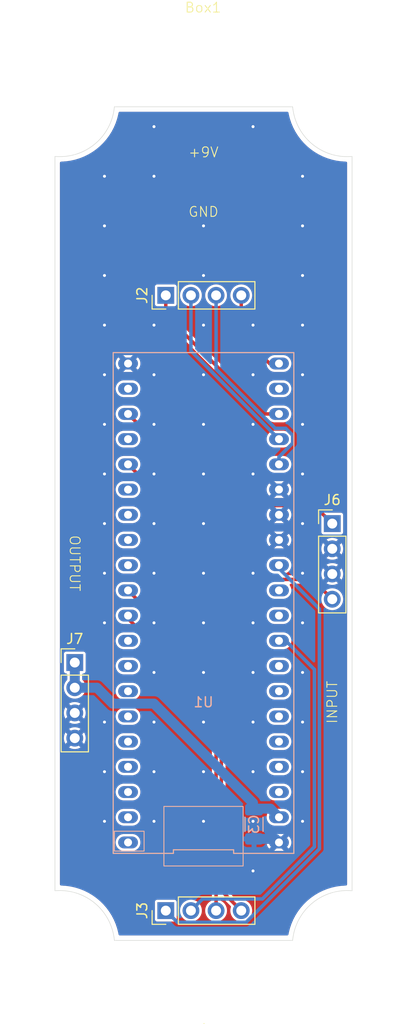
<source format=kicad_pcb>
(kicad_pcb (version 20241229) (generator "pcbnew") (generator_version "9.0")
  (layers (0 "F.Cu" jumper) (2 "B.Cu" signal) (13 "F.Paste" user) (15 "B.Paste" user) (5 "F.SilkS" user "F.Silkscreen") (7 "B.SilkS" user "B.Silkscreen") (1 "F.Mask" user) (3 "B.Mask" user) (25 "Edge.Cuts" user))
  (net 0 "")
  (net 1 "VIN")
  (net 2 "GND")
  (net 3 "IN^{EFF}")
  (net 4 "+3V3_A")
  (net 6 "LED")
  (net 11 "POT2")
  (net 12 "POT3")
  (net 15 "POT1")
  (net 16 "SW_UP")
  (net 17 "FOOTSWITCH")
  (net 18 "SW_DOWN")
  (net 19 "OUT^{EFF}")
  (footprint "Connector_PinHeader_2.54mm:PinHeader_1x04_P2.54mm_Vertical" (layer "F.Cu") (at 113 100)
    (property "Reference" "J6" (at 0 -2.38 0) (layer "F.SilkS"))
    (property "Value" "Conn_01x04_Pin")
    (fp_line (start -1.38 -1.38) (end 0 -1.38) (stroke (width 0.12)) (layer "F.SilkS"))
    (fp_line (start -1.38 0) (end -1.38 -1.38) (stroke (width 0.12)) (layer "F.SilkS"))
    (fp_line (start -1.38 1.27) (end -1.38 9) (stroke (width 0.12)) (layer "F.SilkS"))
    (fp_line (start -1.38 1.27) (end 1.38 1.27) (stroke (width 0.12)) (layer "F.SilkS"))
    (fp_line (start -1.38 9) (end 1.38 9) (stroke (width 0.12)) (layer "F.SilkS"))
    (fp_line (start 1.38 1.27) (end 1.38 9) (stroke (width 0.12)) (layer "F.SilkS"))
    (pad "1" thru_hole rect (at 0 0) (size 1.7 1.7) (drill 1) (layers "*.Cu" "*.Mask") (net 19 "OUT^{EFF}"))
    (pad "2" thru_hole circle (at 0 2.54) (size 1.7 1.7) (drill 1) (layers "*.Cu" "*.Mask") (net 2 "GND"))
    (pad "3" thru_hole circle (at 0 5.08) (size 1.7 1.7) (drill 1) (layers "*.Cu" "*.Mask") (net 2 "GND"))
    (pad "4" thru_hole circle (at 0 7.62) (size 1.7 1.7) (drill 1) (layers "*.Cu" "*.Mask") (net 3 "IN^{EFF}"))
  )
  (footprint "Mylib:1590A" (layer "F.Cu") (at 100 100)
    (property "Reference" "Box1" (at -0.05 -52 0) (layer "F.SilkS") (effects (font (thickness 0.1))))
    (property "Value" "1590A")
    (fp_line (start 0.05 50.375) (end 0.05 50.375) (stroke (width 0.1)) (layer "F.SilkS"))
  )
  (footprint "Connector_PinHeader_2.54mm:PinHeader_1x04_P2.54mm_Vertical" (layer "F.Cu") (at 87 114)
    (property "Reference" "J7" (at 0 -2.38 0) (layer "F.SilkS"))
    (property "Value" "Conn_01x04_Pin")
    (fp_line (start -1.38 -1.38) (end 0 -1.38) (stroke (width 0.12)) (layer "F.SilkS"))
    (fp_line (start -1.38 0) (end -1.38 -1.38) (stroke (width 0.12)) (layer "F.SilkS"))
    (fp_line (start -1.38 1.27) (end -1.38 9) (stroke (width 0.12)) (layer "F.SilkS"))
    (fp_line (start -1.38 1.27) (end 1.38 1.27) (stroke (width 0.12)) (layer "F.SilkS"))
    (fp_line (start -1.38 9) (end 1.38 9) (stroke (width 0.12)) (layer "F.SilkS"))
    (fp_line (start 1.38 1.27) (end 1.38 9) (stroke (width 0.12)) (layer "F.SilkS"))
    (pad "1" thru_hole rect (at 0 0) (size 1.7 1.7) (drill 1) (layers "*.Cu" "*.Mask") (net 1 "VIN"))
    (pad "2" thru_hole circle (at 0 2.54) (size 1.7 1.7) (drill 1) (layers "*.Cu" "*.Mask") (net 1 "VIN"))
    (pad "3" thru_hole circle (at 0 5.08) (size 1.7 1.7) (drill 1) (layers "*.Cu" "*.Mask") (net 2 "GND"))
    (pad "4" thru_hole circle (at 0 7.62) (size 1.7 1.7) (drill 1) (layers "*.Cu" "*.Mask") (net 2 "GND"))
  )
  (footprint "Connector_PinHeader_2.54mm:PinHeader_1x04_P2.54mm_Vertical" (layer "F.Cu") (at 96.19 77 90)
    (property "Reference" "J2" (at 0 -2.38 90) (layer "F.SilkS"))
    (property "Value" "Conn_01x04_Pin")
    (fp_line (start -1.38 -1.38) (end 0 -1.38) (stroke (width 0.12)) (layer "F.SilkS"))
    (fp_line (start -1.38 0) (end -1.38 -1.38) (stroke (width 0.12)) (layer "F.SilkS"))
    (fp_line (start 1.38 1.27) (end 1.38 9) (stroke (width 0.12)) (layer "F.SilkS"))
    (fp_line (start -1.38 1.27) (end 1.38 1.27) (stroke (width 0.12)) (layer "F.SilkS"))
    (fp_line (start -1.38 1.27) (end -1.38 9) (stroke (width 0.12)) (layer "F.SilkS"))
    (fp_line (start -1.38 9) (end 1.38 9) (stroke (width 0.12)) (layer "F.SilkS"))
    (pad "1" thru_hole rect (at 0 0 90) (size 1.7 1.7) (drill 1) (layers "*.Cu" "*.Mask") (net 15 "POT1"))
    (pad "2" thru_hole circle (at 0 2.54 90) (size 1.7 1.7) (drill 1) (layers "*.Cu" "*.Mask") (net 11 "POT2"))
    (pad "3" thru_hole circle (at 0 5.08 90) (size 1.7 1.7) (drill 1) (layers "*.Cu" "*.Mask") (net 12 "POT3"))
    (pad "4" thru_hole circle (at 0 7.62 90) (size 1.7 1.7) (drill 1) (layers "*.Cu" "*.Mask") (net 4 "+3V3_A"))
  )
  (footprint "Connector_PinHeader_2.54mm:PinHeader_1x04_P2.54mm_Vertical" (layer "F.Cu") (at 96.19 139 90)
    (property "Reference" "J3" (at 0 -2.38 90) (layer "F.SilkS"))
    (property "Value" "Conn_01x04_Pin")
    (fp_line (start -1.38 -1.38) (end 0 -1.38) (stroke (width 0.12)) (layer "F.SilkS"))
    (fp_line (start -1.38 0) (end -1.38 -1.38) (stroke (width 0.12)) (layer "F.SilkS"))
    (fp_line (start 1.38 1.27) (end 1.38 9) (stroke (width 0.12)) (layer "F.SilkS"))
    (fp_line (start -1.38 1.27) (end 1.38 1.27) (stroke (width 0.12)) (layer "F.SilkS"))
    (fp_line (start -1.38 1.27) (end -1.38 9) (stroke (width 0.12)) (layer "F.SilkS"))
    (fp_line (start -1.38 9) (end 1.38 9) (stroke (width 0.12)) (layer "F.SilkS"))
    (pad "1" thru_hole rect (at 0 0 90) (size 1.7 1.7) (drill 1) (layers "*.Cu" "*.Mask") (net 6 "LED"))
    (pad "2" thru_hole circle (at 0 2.54 90) (size 1.7 1.7) (drill 1) (layers "*.Cu" "*.Mask") (net 17 "FOOTSWITCH"))
    (pad "3" thru_hole circle (at 0 5.08 90) (size 1.7 1.7) (drill 1) (layers "*.Cu" "*.Mask") (net 16 "SW_UP"))
    (pad "4" thru_hole circle (at 0 7.62 90) (size 1.7 1.7) (drill 1) (layers "*.Cu" "*.Mask") (net 18 "SW_DOWN"))
  )
  (footprint "Capacitor_SMD:C_1206_3216Metric" (layer "B.Cu") (at 105.1 130.3 -90)
    (property "Reference" "C3" (at 0 0 90) (layer "B.SilkS") (effects (justify mirror)))
    (property "Value" "22uF")
    (fp_line (start -0.711252 0.91) (end 0.711252 0.91) (stroke (width 0.12)) (layer "B.SilkS"))
    (fp_line (start -0.711252 -0.91) (end 0.711252 -0.91) (stroke (width 0.12)) (layer "B.SilkS"))
    (pad "1" smd roundrect (at -1.475 0 270) (size 1.15 1.8) (layers "B.Cu" "B.Mask" "B.Paste") (roundrect_rratio 0.217391) (net 1 "VIN"))
    (pad "2" smd roundrect (at 1.475 0 270) (size 1.15 1.8) (layers "B.Cu" "B.Mask" "B.Paste") (roundrect_rratio 0.217391) (net 2 "GND"))
  )
  (footprint "Mylib:DaisySeed" (layer "B.Cu") (at 100 108)
    (property "Reference" "U1" (at 0 10 0) (layer "B.SilkS") (effects (justify mirror)))
    (property "Value" "Daisy Seed")
    (fp_line (start -9.12 -25.23) (end 9.119999 -25.23) (stroke (width 0.12)) (layer "B.SilkS"))
    (fp_line (start -9.119999 25.23) (end -9.12 -25.23) (stroke (width 0.12)) (layer "B.SilkS"))
    (fp_line (start -3.039999 24.87) (end -3.039999 25.23) (stroke (width 0.12)) (layer "B.SilkS"))
    (fp_line (start -3.039999 25.23) (end -9.119999 25.23) (stroke (width 0.12)) (layer "B.SilkS"))
    (fp_line (start 3.04 24.87) (end -3.039999 24.87) (stroke (width 0.12)) (layer "B.SilkS"))
    (fp_line (start 3.04 25.23) (end 3.04 24.87) (stroke (width 0.12)) (layer "B.SilkS"))
    (fp_line (start 9.119999 -25.23) (end 9.12 25.23) (stroke (width 0.12)) (layer "B.SilkS"))
    (fp_line (start 9.12 25.23) (end 3.04 25.23) (stroke (width 0.12)) (layer "B.SilkS"))
    (fp_rect (start -9 25) (end -6 23) (stroke (width 0.1)) (fill no) (layer "B.SilkS"))
    (fp_rect (start -4 26.5) (end 4 20.5) (stroke (width 0.1)) (fill no) (layer "B.SilkS"))
    (pad "1" thru_hole oval (at -7.62 24.13 90) (size 1.2 2) (drill 0.8) (layers "*.Cu" "*.Mask"))
    (pad "2" thru_hole oval (at -7.62 21.59 90) (size 1.2 2) (drill 0.8) (layers "*.Cu" "*.Mask"))
    (pad "3" thru_hole oval (at -7.62 19.05 90) (size 1.2 2) (drill 0.8) (layers "*.Cu" "*.Mask"))
    (pad "4" thru_hole oval (at -7.62 16.51 90) (size 1.2 2) (drill 0.8) (layers "*.Cu" "*.Mask"))
    (pad "5" thru_hole oval (at -7.62 13.97 90) (size 1.2 2) (drill 0.8) (layers "*.Cu" "*.Mask"))
    (pad "6" thru_hole oval (at -7.62 11.43 90) (size 1.2 2) (drill 0.8) (layers "*.Cu" "*.Mask"))
    (pad "7" thru_hole oval (at -7.62 8.89 90) (size 1.2 2) (drill 0.8) (layers "*.Cu" "*.Mask"))
    (pad "8" thru_hole oval (at -7.62 6.35 90) (size 1.2 2) (drill 0.8) (layers "*.Cu" "*.Mask"))
    (pad "9" thru_hole oval (at -7.62 3.81 90) (size 1.2 2) (drill 0.8) (layers "*.Cu" "*.Mask"))
    (pad "10" thru_hole oval (at -7.62 1.27 90) (size 1.2 2) (drill 0.8) (layers "*.Cu" "*.Mask") (net 16 "SW_UP"))
    (pad "11" thru_hole oval (at -7.62 -1.27 90) (size 1.2 2) (drill 0.8) (layers "*.Cu" "*.Mask") (net 18 "SW_DOWN"))
    (pad "12" thru_hole oval (at -7.62 -3.81 90) (size 1.2 2) (drill 0.8) (layers "*.Cu" "*.Mask"))
    (pad "13" thru_hole oval (at -7.62 -6.35 90) (size 1.2 2) (drill 0.8) (layers "*.Cu" "*.Mask"))
    (pad "14" thru_hole oval (at -7.62 -8.89 90) (size 1.2 2) (drill 0.8) (layers "*.Cu" "*.Mask"))
    (pad "15" thru_hole oval (at -7.62 -11.43 90) (size 1.2 2) (drill 0.8) (layers "*.Cu" "*.Mask"))
    (pad "16" thru_hole oval (at -7.62 -13.97 90) (size 1.2 2) (drill 0.8) (layers "*.Cu" "*.Mask") (net 3 "IN^{EFF}"))
    (pad "17" thru_hole oval (at -7.62 -16.51 90) (size 1.2 2) (drill 0.8) (layers "*.Cu" "*.Mask"))
    (pad "18" thru_hole oval (at -7.62 -19.05 90) (size 1.2 2) (drill 0.8) (layers "*.Cu" "*.Mask") (net 19 "OUT^{EFF}"))
    (pad "19" thru_hole oval (at -7.62 -21.59 90) (size 1.2 2) (drill 0.8) (layers "*.Cu" "*.Mask"))
    (pad "20" thru_hole oval (at -7.62 -24.13 90) (size 1.2 2) (drill 0.8) (layers "*.Cu" "*.Mask") (net 2 "GND"))
    (pad "21" thru_hole oval (at 7.62 -24.13 90) (size 1.2 2) (drill 0.8) (layers "*.Cu" "*.Mask") (net 4 "+3V3_A"))
    (pad "22" thru_hole oval (at 7.62 -21.59 90) (size 1.2 2) (drill 0.8) (layers "*.Cu" "*.Mask"))
    (pad "23" thru_hole oval (at 7.62 -19.05 90) (size 1.2 2) (drill 0.8) (layers "*.Cu" "*.Mask") (net 15 "POT1"))
    (pad "24" thru_hole oval (at 7.62 -16.51 90) (size 1.2 2) (drill 0.8) (layers "*.Cu" "*.Mask") (net 11 "POT2"))
    (pad "25" thru_hole oval (at 7.62 -13.97 90) (size 1.2 2) (drill 0.8) (layers "*.Cu" "*.Mask") (net 12 "POT3"))
    (pad "26" thru_hole oval (at 7.62 -11.43 90) (size 1.2 2) (drill 0.8) (layers "*.Cu" "*.Mask") (net 2 "GND"))
    (pad "27" thru_hole oval (at 7.62 -8.89 90) (size 1.2 2) (drill 0.8) (layers "*.Cu" "*.Mask") (net 2 "GND"))
    (pad "28" thru_hole oval (at 7.62 -6.35 90) (size 1.2 2) (drill 0.8) (layers "*.Cu" "*.Mask") (net 2 "GND"))
    (pad "29" thru_hole oval (at 7.62 -3.81 90) (size 1.2 2) (drill 0.8) (layers "*.Cu" "*.Mask") (net 6 "LED"))
    (pad "30" thru_hole oval (at 7.62 -1.27 90) (size 1.2 2) (drill 0.8) (layers "*.Cu" "*.Mask"))
    (pad "31" thru_hole oval (at 7.62 1.27 90) (size 1.2 2) (drill 0.8) (layers "*.Cu" "*.Mask"))
    (pad "32" thru_hole oval (at 7.62 3.81 90) (size 1.2 2) (drill 0.8) (layers "*.Cu" "*.Mask") (net 17 "FOOTSWITCH"))
    (pad "33" thru_hole oval (at 7.62 6.35 90) (size 1.2 2) (drill 0.8) (layers "*.Cu" "*.Mask"))
    (pad "34" thru_hole oval (at 7.62 8.89 90) (size 1.2 2) (drill 0.8) (layers "*.Cu" "*.Mask"))
    (pad "35" thru_hole oval (at 7.62 11.43 90) (size 1.2 2) (drill 0.8) (layers "*.Cu" "*.Mask"))
    (pad "36" thru_hole oval (at 7.62 13.97 90) (size 1.2 2) (drill 0.8) (layers "*.Cu" "*.Mask"))
    (pad "37" thru_hole oval (at 7.62 16.51 90) (size 1.2 2) (drill 0.8) (layers "*.Cu" "*.Mask"))
    (pad "38" thru_hole oval (at 7.62 19.05 90) (size 1.2 2) (drill 0.8) (layers "*.Cu" "*.Mask"))
    (pad "39" thru_hole oval (at 7.62 21.59 90) (size 1.2 2) (drill 0.8) (layers "*.Cu" "*.Mask") (net 1 "VIN"))
    (pad "40" thru_hole oval (at 7.62 24.13 90) (size 1.2 2) (drill 0.8) (layers "*.Cu" "*.Mask") (net 2 "GND"))
  )
  (gr_arc (start 109 142) (mid 110.964466 138.257359) (end 115 137) (stroke (width 0.05)) (layer "Edge.Cuts"))
  (gr_arc (start 91 58) (mid 89.035534 61.742641) (end 85 63) (stroke (width 0.05)) (layer "Edge.Cuts"))
  (gr_arc (start 115 63) (mid 110.964466 61.742641) (end 109 58) (stroke (width 0.05)) (layer "Edge.Cuts"))
  (gr_line (start 91 142) (end 109 142) (stroke (width 0.05)) (layer "Edge.Cuts"))
  (gr_line (start 115 63) (end 115 137) (stroke (width 0.05)) (layer "Edge.Cuts"))
  (gr_line (start 91 58) (end 109 58) (stroke (width 0.05)) (layer "Edge.Cuts"))
  (gr_line (start 85 137) (end 85 63) (stroke (width 0.05)) (layer "Edge.Cuts"))
  (gr_arc (start 85 137) (mid 89.035534 138.257359) (end 91 142) (stroke (width 0.05)) (layer "Edge.Cuts"))
  (gr_text "INPUT" (at 113 118 90) (layer "F.SilkS") (effects (font (size 1 1) (thickness 0.1))))
  (gr_text "+9V" (at 100 62 0) (layer "F.SilkS") (effects (font (size 1 1) (thickness 0.1)) (justify top)))
  (gr_text "GND" (at 100 68 0) (layer "F.SilkS") (effects (font (size 1 1) (thickness 0.1)) (justify top)))
  (gr_text "OUTPUT" (at 87 104 270) (layer "F.SilkS") (effects (font (size 1 1) (thickness 0.1))))
  (segment (start 87 116.54) (end 87 114) (width 1) (layer "F.Cu") (net 1))
  (segment (start 105.1 128.825) (end 105.2 128.725) (width 1) (layer "B.Cu") (net 1))
  (segment (start 105.2 128.725) (end 106.755 128.725) (width 1) (layer "B.Cu") (net 1))
  (segment (start 90.841 118.141) (end 94.991 118.141) (width 1) (layer "B.Cu") (net 1))
  (segment (start 87 116.54) (end 89.24 116.54) (width 1) (layer "B.Cu") (net 1))
  (segment (start 106.755 128.725) (end 107.62 129.59) (width 1) (layer "B.Cu") (net 1))
  (segment (start 105 128.725) (end 105.1 128.825) (width 1) (layer "B.Cu") (net 1))
  (segment (start 105 128.15) (end 105 128.725) (width 1) (layer "B.Cu") (net 1))
  (segment (start 87 116.54) (end 87 114) (width 1) (layer "B.Cu") (net 1))
  (segment (start 89.24 116.54) (end 90.841 118.141) (width 1) (layer "B.Cu") (net 1))
  (segment (start 94.991 118.141) (end 105 128.15) (width 1) (layer "B.Cu") (net 1))
  (via (at 110 90) (size 0.6) (drill 0.3) (layers "F.Cu" "B.Cu") (net 2))
  (via (at 110 115) (size 0.6) (drill 0.3) (layers "F.Cu" "B.Cu") (net 2))
  (via (at 95 95) (size 0.6) (drill 0.3) (layers "F.Cu" "B.Cu") (net 2))
  (via (at 90 105) (size 0.6) (drill 0.3) (layers "F.Cu" "B.Cu") (net 2))
  (via (at 95 90) (size 0.6) (drill 0.3) (layers "F.Cu" "B.Cu") (net 2))
  (via (at 105 95) (size 0.6) (drill 0.3) (layers "F.Cu" "B.Cu") (net 2))
  (via (at 100 125) (size 0.6) (drill 0.3) (layers "F.Cu" "B.Cu") (net 2))
  (via (at 95 85) (size 0.6) (drill 0.3) (layers "F.Cu" "B.Cu") (net 2))
  (via (at 105 110) (size 0.6) (drill 0.3) (layers "F.Cu" "B.Cu") (net 2))
  (via (at 105 60) (size 0.6) (drill 0.3) (layers "F.Cu" "B.Cu") (net 2))
  (via (at 105 105) (size 0.6) (drill 0.3) (layers "F.Cu" "B.Cu") (net 2))
  (via (at 90 95) (size 0.6) (drill 0.3) (layers "F.Cu" "B.Cu") (net 2))
  (via (at 105 135) (size 0.6) (drill 0.3) (layers "F.Cu" "B.Cu") (net 2))
  (via (at 100 90) (size 0.6) (drill 0.3) (layers "F.Cu" "B.Cu") (net 2))
  (via (at 100 105) (size 0.6) (drill 0.3) (layers "F.Cu" "B.Cu") (net 2))
  (via (at 105 85) (size 0.6) (drill 0.3) (layers "F.Cu" "B.Cu") (net 2))
  (via (at 95 110) (size 0.6) (drill 0.3) (layers "F.Cu" "B.Cu") (net 2))
  (via (at 100 85) (size 0.6) (drill 0.3) (layers "F.Cu" "B.Cu") (net 2))
  (via (at 105 115) (size 0.6) (drill 0.3) (layers "F.Cu" "B.Cu") (net 2))
  (via (at 110 70) (size 0.6) (drill 0.3) (layers "F.Cu" "B.Cu") (net 2))
  (via (at 105 80) (size 0.6) (drill 0.3) (layers "F.Cu" "B.Cu") (net 2))
  (via (at 100 130) (size 0.6) (drill 0.3) (layers "F.Cu" "B.Cu") (net 2))
  (via (at 110 85) (size 0.6) (drill 0.3) (layers "F.Cu" "B.Cu") (net 2))
  (via (at 90 80) (size 0.6) (drill 0.3) (layers "F.Cu" "B.Cu") (net 2))
  (via (at 95 65) (size 0.6) (drill 0.3) (layers "F.Cu" "B.Cu") (net 2))
  (via (at 90 70) (size 0.6) (drill 0.3) (layers "F.Cu" "B.Cu") (net 2))
  (via (at 95 105) (size 0.6) (drill 0.3) (layers "F.Cu" "B.Cu") (net 2))
  (via (at 110 105) (size 0.6) (drill 0.3) (layers "F.Cu" "B.Cu") (net 2))
  (via (at 110 130) (size 0.6) (drill 0.3) (layers "F.Cu" "B.Cu") (net 2))
  (via (at 110 95) (size 0.6) (drill 0.3) (layers "F.Cu" "B.Cu") (net 2))
  (via (at 100 100) (size 0.6) (drill 0.3) (layers "F.Cu" "B.Cu") (net 2))
  (via (at 110 110) (size 0.6) (drill 0.3) (layers "F.Cu" "B.Cu") (net 2))
  (via (at 100 95) (size 0.6) (drill 0.3) (layers "F.Cu" "B.Cu") (net 2))
  (via (at 105 120) (size 0.6) (drill 0.3) (layers "F.Cu" "B.Cu") (net 2))
  (via (at 90 65) (size 0.6) (drill 0.3) (layers "F.Cu" "B.Cu") (net 2))
  (via (at 110 125) (size 0.6) (drill 0.3) (layers "F.Cu" "B.Cu") (net 2))
  (via (at 105 90) (size 0.6) (drill 0.3) (layers "F.Cu" "B.Cu") (net 2))
  (via (at 100 120) (size 0.6) (drill 0.3) (layers "F.Cu" "B.Cu") (net 2))
  (via (at 110 65) (size 0.6) (drill 0.3) (layers "F.Cu" "B.Cu") (net 2))
  (via (at 110 75) (size 0.6) (drill 0.3) (layers "F.Cu" "B.Cu") (net 2))
  (via (at 100 110) (size 0.6) (drill 0.3) (layers "F.Cu" "B.Cu") (net 2))
  (via (at 90 120) (size 0.6) (drill 0.3) (layers "F.Cu" "B.Cu") (net 2))
  (via (at 95 125) (size 0.6) (drill 0.3) (layers "F.Cu" "B.Cu") (net 2))
  (via (at 100 70) (size 0.6) (drill 0.3) (layers "F.Cu" "B.Cu") (net 2))
  (via (at 110 80) (size 0.6) (drill 0.3) (layers "F.Cu" "B.Cu") (net 2))
  (via (at 105 125) (size 0.6) (drill 0.3) (layers "F.Cu" "B.Cu") (net 2))
  (via (at 100 75) (size 0.6) (drill 0.3) (layers "F.Cu" "B.Cu") (net 2))
  (via (at 95 120) (size 0.6) (drill 0.3) (layers "F.Cu" "B.Cu") (net 2))
  (via (at 95 60) (size 0.6) (drill 0.3) (layers "F.Cu" "B.Cu") (net 2))
  (via (at 95 115) (size 0.6) (drill 0.3) (layers "F.Cu" "B.Cu") (net 2))
  (via (at 100 80) (size 0.6) (drill 0.3) (layers "F.Cu" "B.Cu") (net 2))
  (via (at 90 85) (size 0.6) (drill 0.3) (layers "F.Cu" "B.Cu") (net 2))
  (via (at 110 120) (size 0.6) (drill 0.3) (layers "F.Cu" "B.Cu") (net 2))
  (via (at 90 110) (size 0.6) (drill 0.3) (layers "F.Cu" "B.Cu") (net 2))
  (via (at 90 125) (size 0.6) (drill 0.3) (layers "F.Cu" "B.Cu") (net 2))
  (via (at 95 130) (size 0.6) (drill 0.3) (layers "F.Cu" "B.Cu") (net 2))
  (via (at 95 100) (size 0.6) (drill 0.3) (layers "F.Cu" "B.Cu") (net 2))
  (via (at 110 100) (size 0.6) (drill 0.3) (layers "F.Cu" "B.Cu") (net 2))
  (via (at 90 75) (size 0.6) (drill 0.3) (layers "F.Cu" "B.Cu") (net 2))
  (via (at 95 80) (size 0.6) (drill 0.3) (layers "F.Cu" "B.Cu") (net 2))
  (via (at 90 130) (size 0.6) (drill 0.3) (layers "F.Cu" "B.Cu") (net 2))
  (via (at 90 100) (size 0.6) (drill 0.3) (layers "F.Cu" "B.Cu") (net 2))
  (via (at 100 115) (size 0.6) (drill 0.3) (layers "F.Cu" "B.Cu") (net 2))
  (via (at 105 130) (size 0.6) (drill 0.3) (layers "F.Cu" "B.Cu") (net 2))
  (via (at 90 90) (size 0.6) (drill 0.3) (layers "F.Cu" "B.Cu") (net 2))
  (segment (start 105.1 131.775) (end 107.265 131.775) (width 1) (layer "B.Cu") (net 2))
  (segment (start 107.265 131.775) (end 107.62 132.13) (width 1) (layer "B.Cu") (net 2))
  (segment (start 103.976 105.626) (end 92.38 94.03) (width 0.35) (layer "F.Cu") (net 3))
  (segment (start 113 107.62) (end 111.006 105.626) (width 0.35) (layer "F.Cu") (net 3))
  (segment (start 111.006 105.626) (end 103.976 105.626) (width 0.35) (layer "F.Cu") (net 3))
  (segment (start 107.62 83.87) (end 106.67 83.87) (width 0.35) (layer "F.Cu") (net 4))
  (segment (start 103.81 81.01) (end 103.81 77) (width 0.35) (layer "F.Cu") (net 4))
  (segment (start 106.67 83.87) (end 103.81 81.01) (width 0.35) (layer "F.Cu") (net 4))
  (segment (start 97.366 140.176) (end 104.297116 140.176) (width 0.35) (layer "B.Cu") (net 6))
  (segment (start 107.62 104.52) (end 107.62 104.19) (width 0.35) (layer "B.Cu") (net 6))
  (segment (start 111.7 108.6) (end 107.62 104.52) (width 0.35) (layer "B.Cu") (net 6))
  (segment (start 111.7 132.773116) (end 111.7 108.6) (width 0.35) (layer "B.Cu") (net 6))
  (segment (start 96.19 139) (end 97.366 140.176) (width 0.35) (layer "B.Cu") (net 6))
  (segment (start 104.297116 140.176) (end 111.7 132.773116) (width 0.35) (layer "B.Cu") (net 6))
  (segment (start 98.73 82.6) (end 98.73 77) (width 0.35) (layer "B.Cu") (net 11))
  (segment (start 107.62 91.49) (end 98.73 82.6) (width 0.35) (layer "B.Cu") (net 11))
  (segment (start 109 91.9) (end 109 91.1) (width 0.35) (layer "B.Cu") (net 12))
  (segment (start 107.62 94.03) (end 107.62 93.28) (width 0.35) (layer "B.Cu") (net 12))
  (segment (start 107.23852 90.4) (end 101.27 84.43148) (width 0.35) (layer "B.Cu") (net 12))
  (segment (start 108.3 90.4) (end 107.23852 90.4) (width 0.35) (layer "B.Cu") (net 12))
  (segment (start 101.27 84.43148) (end 101.27 77) (width 0.35) (layer "B.Cu") (net 12))
  (segment (start 109 91.1) (end 108.3 90.4) (width 0.35) (layer "B.Cu") (net 12))
  (segment (start 107.62 93.28) (end 109 91.9) (width 0.35) (layer "B.Cu") (net 12))
  (segment (start 96.19 78.99) (end 96.19 77) (width 0.35) (layer "F.Cu") (net 15))
  (segment (start 106.15 88.95) (end 96.19 78.99) (width 0.35) (layer "F.Cu") (net 15))
  (segment (start 107.62 88.95) (end 106.15 88.95) (width 0.35) (layer "F.Cu") (net 15))
  (segment (start 101.27 139) (end 101.27 118.47) (width 0.35) (layer "F.Cu") (net 16))
  (segment (start 92.38 109.58) (end 92.38 109.27) (width 0.35) (layer "F.Cu") (net 16))
  (segment (start 101.27 118.47) (end 92.38 109.58) (width 0.35) (layer "F.Cu") (net 16))
  (segment (start 99.906 137.824) (end 98.73 139) (width 0.35) (layer "B.Cu") (net 17))
  (segment (start 105.940596 137.824) (end 99.906 137.824) (width 0.35) (layer "B.Cu") (net 17))
  (segment (start 107.62 111.81) (end 108.31 111.81) (width 0.35) (layer "B.Cu") (net 17))
  (segment (start 111.199 114.699) (end 111.199 132.565596) (width 0.35) (layer "B.Cu") (net 17))
  (segment (start 111.199 132.565596) (end 105.940596 137.824) (width 0.35) (layer "B.Cu") (net 17))
  (segment (start 108.31 111.81) (end 111.199 114.699) (width 0.35) (layer "B.Cu") (net 17))
  (segment (start 94 110.49148) (end 94 108.35) (width 0.35) (layer "F.Cu") (net 18))
  (segment (start 101.8 118.5) (end 101.771 118.471) (width 0.35) (layer "F.Cu") (net 18))
  (segment (start 101.771 118.471) (end 101.771 118.262479) (width 0.35) (layer "F.Cu") (net 18))
  (segment (start 103.81 139) (end 101.8 136.99) (width 0.35) (layer "F.Cu") (net 18))
  (segment (start 101.477521 117.969) (end 101.47752 117.969) (width 0.35) (layer "F.Cu") (net 18))
  (segment (start 101.8 136.99) (end 101.8 118.5) (width 0.35) (layer "F.Cu") (net 18))
  (segment (start 101.47752 117.969) (end 94 110.49148) (width 0.35) (layer "F.Cu") (net 18))
  (segment (start 101.771 118.262479) (end 101.477521 117.969) (width 0.35) (layer "F.Cu") (net 18))
  (segment (start 94 108.35) (end 92.38 106.73) (width 0.35) (layer "F.Cu") (net 18))
  (segment (start 101.614 98.184) (end 92.38 88.95) (width 0.35) (layer "F.Cu") (net 19))
  (segment (start 111.184 98.184) (end 101.614 98.184) (width 0.35) (layer "F.Cu") (net 19))
  (segment (start 113 100) (end 111.184 98.184) (width 0.35) (layer "F.Cu") (net 19))
  (zone (net 2) (net_name "GND") (layers "F.Cu" "B.Cu") (connect_pads (clearance 0.25)) (min_thickness 0.25) (fill yes (thermal_gap 0.25) (thermal_bridge_width 0.5) (smoothing fillet) (radius 1))
    (polygon (pts (xy 80.7 50) (xy 119.3 50) (xy 119.4 150) (xy 80.8 150)))
  )
)
</source>
